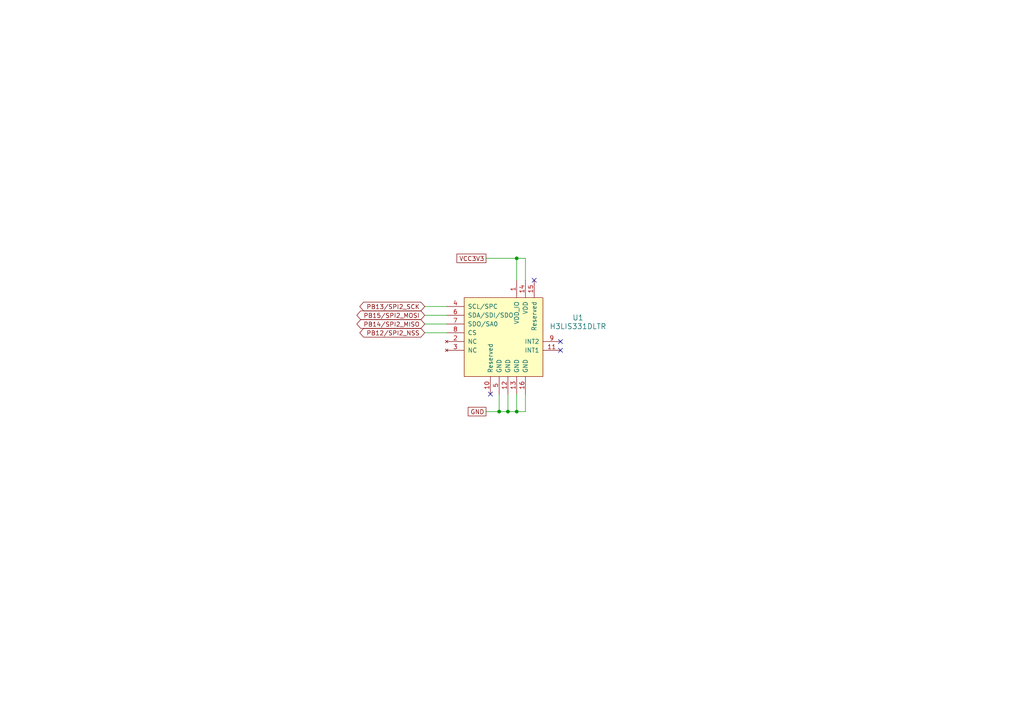
<source format=kicad_sch>
(kicad_sch (version 20230121) (generator eeschema)
  (paper "A4")
  (lib_symbols
    (symbol "dk_Motion-Sensors-Accelerometers:H3LIS331DLTR" (pin_names (offset 1.016))
      (property "Reference" "U" (at -7.62 11.43 0))
      (property "Value" "H3LIS331DLTR" (at 20.32 -20.32 0))
      (symbol "H3LIS331DLTR_0_1"
        (rectangle (start -10.16 -12.7) (end 12.7 10.16) (fill (type background)))
      )
      (symbol "H3LIS331DLTR_1_1"
        (pin power_in line (at 5.08 15.24 270) (length 5.08) (name "VDD_IO") (number "1"))
        (pin power_in line (at -2.54 -17.78 90) (length 5.08) (name "Reserved") (number "10"))
        (pin output line (at 17.78 -5.08 180) (length 5.08) (name "INT1") (number "11"))
        (pin power_in line (at 2.54 -17.78 90) (length 5.08) (name "GND") (number "12"))
        (pin power_in line (at 5.08 -17.78 90) (length 5.08) (name "GND") (number "13"))
        (pin power_in line (at 7.62 15.24 270) (length 5.08) (name "VDD") (number "14"))
        (pin power_in line (at 10.16 15.24 270) (length 5.08) (name "Reserved") (number "15"))
        (pin power_in line (at 7.62 -17.78 90) (length 5.08) (name "GND") (number "16"))
        (pin no_connect line (at -15.24 -2.54 0) (length 5.08) (name "NC") (number "2"))
        (pin no_connect line (at -15.24 -5.08 0) (length 5.08) (name "NC") (number "3"))
        (pin input line (at -15.24 7.62 0) (length 5.08) (name "SCL/SPC") (number "4"))
        (pin power_in line (at 0 -17.78 90) (length 5.08) (name "GND") (number "5"))
        (pin bidirectional line (at -15.24 5.08 0) (length 5.08) (name "SDA/SDI/SDO") (number "6"))
        (pin bidirectional line (at -15.24 2.54 0) (length 5.08) (name "SDO/SA0") (number "7"))
        (pin input line (at -15.24 0 0) (length 5.08) (name "CS") (number "8"))
        (pin output line (at 17.78 -2.54 180) (length 5.08) (name "INT2") (number "9"))
      )
    )
  )
  (junction (at 149.86 74.93))
  (junction (at 144.78 119.38))
  (junction (at 149.86 119.38))
  (junction (at 147.32 119.38))
  (no_connect (at 142.24 114.3))
  (no_connect (at 162.56 99.06))
  (no_connect (at 162.56 101.6))
  (no_connect (at 154.94 81.28))
  (wire (pts (xy 152.4 114.3) (xy 152.4 119.38)))
  (wire (pts (xy 123.19 88.9) (xy 129.54 88.9)))
  (wire (pts (xy 152.4 119.38) (xy 149.86 119.38)))
  (wire (pts (xy 140.97 74.93) (xy 149.86 74.93)))
  (wire (pts (xy 152.4 81.28) (xy 152.4 74.93)))
  (wire (pts (xy 147.32 119.38) (xy 144.78 119.38)))
  (wire (pts (xy 147.32 114.3) (xy 147.32 119.38)))
  (wire (pts (xy 152.4 74.93) (xy 149.86 74.93)))
  (wire (pts (xy 149.86 119.38) (xy 147.32 119.38)))
  (wire (pts (xy 123.19 96.52) (xy 129.54 96.52)))
  (wire (pts (xy 149.86 114.3) (xy 149.86 119.38)))
  (wire (pts (xy 140.97 119.38) (xy 144.78 119.38)))
  (wire (pts (xy 149.86 74.93) (xy 149.86 81.28)))
  (wire (pts (xy 123.19 93.98) (xy 129.54 93.98)))
  (wire (pts (xy 123.19 91.44) (xy 129.54 91.44)))
  (wire (pts (xy 144.78 119.38) (xy 144.78 114.3)))
  (global_label "PB14{slash}SPI2_MISO" (shape bidirectional) (at 123.19 93.98 180) (property "Intersheetrefs" "${INTERSHEET_REFS}" (effects hide)))
  (global_label "PB15{slash}SPI2_MOSI" (shape bidirectional) (at 123.19 91.44 180) (property "Intersheetrefs" "${INTERSHEET_REFS}" (effects hide)))
  (global_label "PB13{slash}SPI2_SCK" (shape bidirectional) (at 123.19 88.9 180) (property "Intersheetrefs" "${INTERSHEET_REFS}" (effects hide)))
  (global_label "VCC3V3" (shape passive) (at 140.97 74.93 180) (property "Intersheetrefs" "${INTERSHEET_REFS}" (effects hide)))
  (global_label "GND" (shape passive) (at 140.97 119.38 180) (property "Intersheetrefs" "${INTERSHEET_REFS}" (effects hide)))
  (global_label "PB12{slash}SPI2_NSS" (shape bidirectional) (at 123.19 96.52 180) (property "Intersheetrefs" "${INTERSHEET_REFS}" (effects hide)))
  (symbol (lib_id "dk_Motion-Sensors-Accelerometers:H3LIS331DLTR") (at 144.78 96.52 0) (unit 1)
    (property "Reference" "U1" (at 167.64 92.1319 0) (effects (font (size 1.524 1.524))))
    (property "Value" "H3LIS331DLTR" (at 167.64 94.6719 0) (effects (font (size 1.524 1.524))))
    (property "Footprint" "digikey-footprints:TFLGA-16_3x3mm" (effects hide))
    (property "Datasheet" "http://www.st.com/content/ccc/resource/technical/document/datasheet/3e/48/02/c7/a4/e6/41/bb/DM00053090.pdf/files/DM00053090.pdf/jcr:content/translations/en.DM00053090.pdf" (effects hide))
    (property "Digi-Key_PN" "497-13903-1-ND" (effects hide))
    (property "MPN" "H3LIS331DLTR" (effects hide))
    (property "Category" "Sensors, Transducers" (effects hide))
    (property "Family" "Motion Sensors - Accelerometers" (effects hide))
    (property "DK_Datasheet_Link" "http://www.st.com/content/ccc/resource/technical/document/datasheet/3e/48/02/c7/a4/e6/41/bb/DM00053090.pdf/files/DM00053090.pdf/jcr:content/translations/en.DM00053090.pdf" (effects hide))
    (property "DK_Detail_Page" "/product-detail/en/stmicroelectronics/H3LIS331DLTR/497-13903-1-ND/4311636" (effects hide))
    (property "Description" "ACCEL 100-400G I2C/SPI 16TFLGA" (effects hide))
    (property "Manufacturer" "STMicroelectronics" (effects hide))
    (property "Status" "Active" (effects hide))
  )
)
</source>
